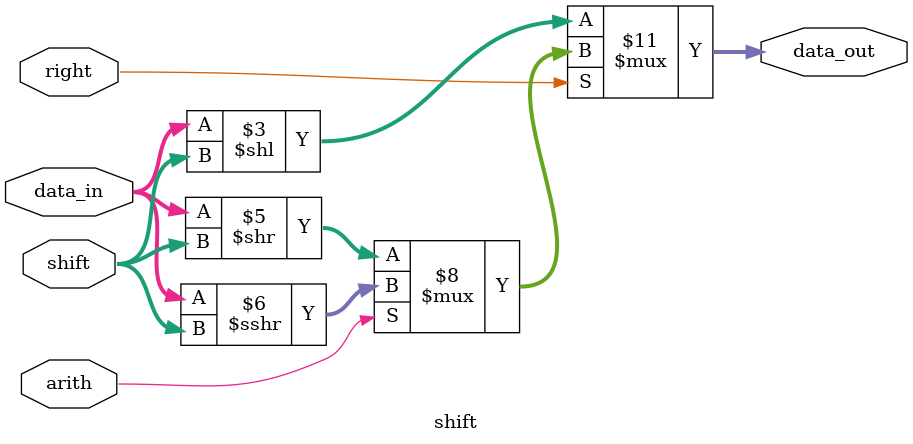
<source format=v>
module shift(data_out,data_in,shift,right,arith);
output[31:0] data_out;
input[31:0]  data_in;
input[4:0]   shift;
input		 right;
reg[31:0]	 data_out;
//arith=1 arith shift arith=0 logic shift
input		 arith;
always@*
	if(!right)
		data_out<=data_in<<shift;
	else if(!arith)
		data_out<=data_in>>shift;
	else
		data_out<=$signed(data_in)>>>shift;
endmodule


</source>
